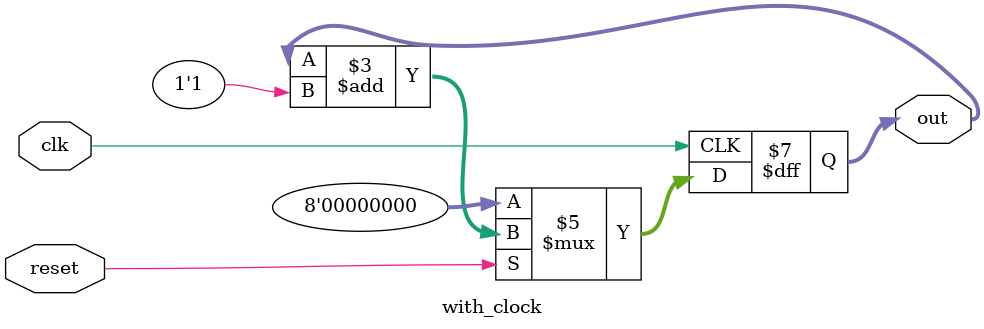
<source format=v>
module with_clock(input clk,
                  input reset,
                  output reg[7:0] out);
  always @ (posedge clk) begin
    if(!reset)
      out = 0;
    else begin
      out <= 5;  // ignored !!
      out <= out + 1'b1;
    end
  end 

endmodule

</source>
